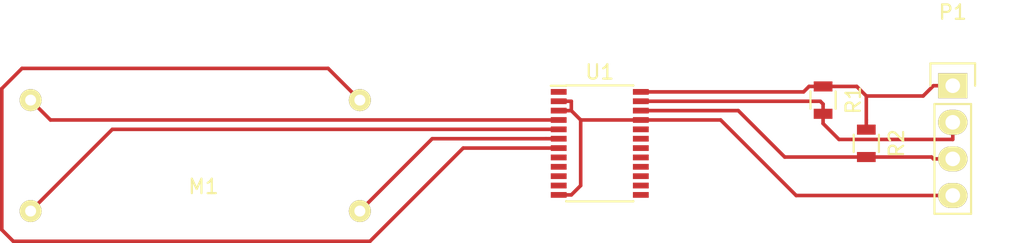
<source format=kicad_pcb>
(kicad_pcb (version 4) (host pcbnew 4.0.2-4+6225~38~ubuntu15.10.1-stable)

  (general
    (links 15)
    (no_connects 0)
    (area 108.038 94.775 178.108334 110.9286)
    (thickness 1.6)
    (drawings 0)
    (tracks 49)
    (zones 0)
    (modules 5)
    (nets 22)
  )

  (page A4)
  (layers
    (0 F.Cu signal)
    (31 B.Cu signal)
    (32 B.Adhes user)
    (33 F.Adhes user)
    (34 B.Paste user)
    (35 F.Paste user)
    (36 B.SilkS user)
    (37 F.SilkS user)
    (38 B.Mask user)
    (39 F.Mask user)
    (40 Dwgs.User user)
    (41 Cmts.User user)
    (42 Eco1.User user)
    (43 Eco2.User user)
    (44 Edge.Cuts user)
    (45 Margin user)
    (46 B.CrtYd user)
    (47 F.CrtYd user)
    (48 B.Fab user)
    (49 F.Fab user)
  )

  (setup
    (last_trace_width 0.25)
    (trace_clearance 0.2)
    (zone_clearance 0.508)
    (zone_45_only no)
    (trace_min 0.2)
    (segment_width 0.2)
    (edge_width 0.15)
    (via_size 0.6)
    (via_drill 0.4)
    (via_min_size 0.4)
    (via_min_drill 0.3)
    (uvia_size 0.3)
    (uvia_drill 0.1)
    (uvias_allowed no)
    (uvia_min_size 0.2)
    (uvia_min_drill 0.1)
    (pcb_text_width 0.3)
    (pcb_text_size 1.5 1.5)
    (mod_edge_width 0.15)
    (mod_text_size 1 1)
    (mod_text_width 0.15)
    (pad_size 1.524 1.524)
    (pad_drill 0.762)
    (pad_to_mask_clearance 0.2)
    (aux_axis_origin 0 0)
    (visible_elements FFFFFF7F)
    (pcbplotparams
      (layerselection 0x00030_80000001)
      (usegerberextensions false)
      (excludeedgelayer true)
      (linewidth 0.100000)
      (plotframeref false)
      (viasonmask false)
      (mode 1)
      (useauxorigin false)
      (hpglpennumber 1)
      (hpglpenspeed 20)
      (hpglpendiameter 15)
      (hpglpenoverlay 2)
      (psnegative false)
      (psa4output false)
      (plotreference true)
      (plotvalue true)
      (plotinvisibletext false)
      (padsonsilk false)
      (subtractmaskfromsilk false)
      (outputformat 1)
      (mirror false)
      (drillshape 1)
      (scaleselection 1)
      (outputdirectory ""))
  )

  (net 0 "")
  (net 1 "Net-(M1-Pad1)")
  (net 2 "Net-(M1-Pad2)")
  (net 3 "Net-(M1-Pad3)")
  (net 4 "Net-(M1-Pad4)")
  (net 5 +5V)
  (net 6 "Net-(P1-Pad2)")
  (net 7 "Net-(P1-Pad3)")
  (net 8 GND)
  (net 9 "Net-(U1-Pad1)")
  (net 10 "Net-(U1-Pad8)")
  (net 11 "Net-(U1-Pad9)")
  (net 12 "Net-(U1-Pad10)")
  (net 13 "Net-(U1-Pad11)")
  (net 14 "Net-(U1-Pad13)")
  (net 15 "Net-(U1-Pad14)")
  (net 16 "Net-(U1-Pad15)")
  (net 17 "Net-(U1-Pad16)")
  (net 18 "Net-(U1-Pad17)")
  (net 19 "Net-(U1-Pad18)")
  (net 20 "Net-(U1-Pad19)")
  (net 21 "Net-(U1-Pad20)")

  (net_class Default "This is the default net class."
    (clearance 0.2)
    (trace_width 0.25)
    (via_dia 0.6)
    (via_drill 0.4)
    (uvia_dia 0.3)
    (uvia_drill 0.1)
    (add_net +5V)
    (add_net GND)
    (add_net "Net-(M1-Pad1)")
    (add_net "Net-(M1-Pad2)")
    (add_net "Net-(M1-Pad3)")
    (add_net "Net-(M1-Pad4)")
    (add_net "Net-(P1-Pad2)")
    (add_net "Net-(P1-Pad3)")
    (add_net "Net-(U1-Pad1)")
    (add_net "Net-(U1-Pad10)")
    (add_net "Net-(U1-Pad11)")
    (add_net "Net-(U1-Pad13)")
    (add_net "Net-(U1-Pad14)")
    (add_net "Net-(U1-Pad15)")
    (add_net "Net-(U1-Pad16)")
    (add_net "Net-(U1-Pad17)")
    (add_net "Net-(U1-Pad18)")
    (add_net "Net-(U1-Pad19)")
    (add_net "Net-(U1-Pad20)")
    (add_net "Net-(U1-Pad8)")
    (add_net "Net-(U1-Pad9)")
  )

  (module uberdashboard:VID23 (layer F.Cu) (tedit 569E2004) (tstamp 56E82E9E)
    (at 121 106)
    (path /56E9B469)
    (fp_text reference M1 (at 0 2) (layer F.SilkS)
      (effects (font (size 1 1) (thickness 0.15)))
    )
    (fp_text value VID23-03 (at 0 -3.5) (layer F.Fab)
      (effects (font (size 1 1) (thickness 0.15)))
    )
    (pad 1 thru_hole circle (at -12 -4) (size 1.524 1.524) (drill 0.762) (layers *.Cu *.Mask F.SilkS)
      (net 1 "Net-(M1-Pad1)"))
    (pad 2 thru_hole circle (at -12 3.7) (size 1.524 1.524) (drill 0.762) (layers *.Cu *.Mask F.SilkS)
      (net 2 "Net-(M1-Pad2)"))
    (pad 3 thru_hole circle (at 10.85 3.7) (size 1.524 1.524) (drill 0.762) (layers *.Cu *.Mask F.SilkS)
      (net 3 "Net-(M1-Pad3)"))
    (pad 4 thru_hole circle (at 10.85 -4) (size 1.524 1.524) (drill 0.762) (layers *.Cu *.Mask F.SilkS)
      (net 4 "Net-(M1-Pad4)"))
  )

  (module Pin_Headers:Pin_Header_Straight_1x04 (layer F.Cu) (tedit 0) (tstamp 56E82EA6)
    (at 173 101)
    (descr "Through hole pin header")
    (tags "pin header")
    (path /56E9B82B)
    (fp_text reference P1 (at 0 -5.1) (layer F.SilkS)
      (effects (font (size 1 1) (thickness 0.15)))
    )
    (fp_text value CONN_01X04 (at 0 -3.1) (layer F.Fab)
      (effects (font (size 1 1) (thickness 0.15)))
    )
    (fp_line (start -1.75 -1.75) (end -1.75 9.4) (layer F.CrtYd) (width 0.05))
    (fp_line (start 1.75 -1.75) (end 1.75 9.4) (layer F.CrtYd) (width 0.05))
    (fp_line (start -1.75 -1.75) (end 1.75 -1.75) (layer F.CrtYd) (width 0.05))
    (fp_line (start -1.75 9.4) (end 1.75 9.4) (layer F.CrtYd) (width 0.05))
    (fp_line (start -1.27 1.27) (end -1.27 8.89) (layer F.SilkS) (width 0.15))
    (fp_line (start 1.27 1.27) (end 1.27 8.89) (layer F.SilkS) (width 0.15))
    (fp_line (start 1.55 -1.55) (end 1.55 0) (layer F.SilkS) (width 0.15))
    (fp_line (start -1.27 8.89) (end 1.27 8.89) (layer F.SilkS) (width 0.15))
    (fp_line (start 1.27 1.27) (end -1.27 1.27) (layer F.SilkS) (width 0.15))
    (fp_line (start -1.55 0) (end -1.55 -1.55) (layer F.SilkS) (width 0.15))
    (fp_line (start -1.55 -1.55) (end 1.55 -1.55) (layer F.SilkS) (width 0.15))
    (pad 1 thru_hole rect (at 0 0) (size 2.032 1.7272) (drill 1.016) (layers *.Cu *.Mask F.SilkS)
      (net 5 +5V))
    (pad 2 thru_hole oval (at 0 2.54) (size 2.032 1.7272) (drill 1.016) (layers *.Cu *.Mask F.SilkS)
      (net 6 "Net-(P1-Pad2)"))
    (pad 3 thru_hole oval (at 0 5.08) (size 2.032 1.7272) (drill 1.016) (layers *.Cu *.Mask F.SilkS)
      (net 7 "Net-(P1-Pad3)"))
    (pad 4 thru_hole oval (at 0 7.62) (size 2.032 1.7272) (drill 1.016) (layers *.Cu *.Mask F.SilkS)
      (net 8 GND))
    (model Pin_Headers.3dshapes/Pin_Header_Straight_1x04.wrl
      (at (xyz 0 -0.15 0))
      (scale (xyz 1 1 1))
      (rotate (xyz 0 0 90))
    )
  )

  (module Resistors_SMD:R_0805 (layer F.Cu) (tedit 5415CDEB) (tstamp 56E82EAC)
    (at 164 102 270)
    (descr "Resistor SMD 0805, reflow soldering, Vishay (see dcrcw.pdf)")
    (tags "resistor 0805")
    (path /56E9B9B5)
    (attr smd)
    (fp_text reference R1 (at 0 -2.1 270) (layer F.SilkS)
      (effects (font (size 1 1) (thickness 0.15)))
    )
    (fp_text value R (at 0 2.1 270) (layer F.Fab)
      (effects (font (size 1 1) (thickness 0.15)))
    )
    (fp_line (start -1.6 -1) (end 1.6 -1) (layer F.CrtYd) (width 0.05))
    (fp_line (start -1.6 1) (end 1.6 1) (layer F.CrtYd) (width 0.05))
    (fp_line (start -1.6 -1) (end -1.6 1) (layer F.CrtYd) (width 0.05))
    (fp_line (start 1.6 -1) (end 1.6 1) (layer F.CrtYd) (width 0.05))
    (fp_line (start 0.6 0.875) (end -0.6 0.875) (layer F.SilkS) (width 0.15))
    (fp_line (start -0.6 -0.875) (end 0.6 -0.875) (layer F.SilkS) (width 0.15))
    (pad 1 smd rect (at -0.95 0 270) (size 0.7 1.3) (layers F.Cu F.Paste F.Mask)
      (net 5 +5V))
    (pad 2 smd rect (at 0.95 0 270) (size 0.7 1.3) (layers F.Cu F.Paste F.Mask)
      (net 6 "Net-(P1-Pad2)"))
    (model Resistors_SMD.3dshapes/R_0805.wrl
      (at (xyz 0 0 0))
      (scale (xyz 1 1 1))
      (rotate (xyz 0 0 0))
    )
  )

  (module Resistors_SMD:R_0805 (layer F.Cu) (tedit 5415CDEB) (tstamp 56E82EB2)
    (at 167 105 270)
    (descr "Resistor SMD 0805, reflow soldering, Vishay (see dcrcw.pdf)")
    (tags "resistor 0805")
    (path /56E9BAC0)
    (attr smd)
    (fp_text reference R2 (at 0 -2.1 270) (layer F.SilkS)
      (effects (font (size 1 1) (thickness 0.15)))
    )
    (fp_text value R (at 0 2.1 270) (layer F.Fab)
      (effects (font (size 1 1) (thickness 0.15)))
    )
    (fp_line (start -1.6 -1) (end 1.6 -1) (layer F.CrtYd) (width 0.05))
    (fp_line (start -1.6 1) (end 1.6 1) (layer F.CrtYd) (width 0.05))
    (fp_line (start -1.6 -1) (end -1.6 1) (layer F.CrtYd) (width 0.05))
    (fp_line (start 1.6 -1) (end 1.6 1) (layer F.CrtYd) (width 0.05))
    (fp_line (start 0.6 0.875) (end -0.6 0.875) (layer F.SilkS) (width 0.15))
    (fp_line (start -0.6 -0.875) (end 0.6 -0.875) (layer F.SilkS) (width 0.15))
    (pad 1 smd rect (at -0.95 0 270) (size 0.7 1.3) (layers F.Cu F.Paste F.Mask)
      (net 5 +5V))
    (pad 2 smd rect (at 0.95 0 270) (size 0.7 1.3) (layers F.Cu F.Paste F.Mask)
      (net 7 "Net-(P1-Pad3)"))
    (model Resistors_SMD.3dshapes/R_0805.wrl
      (at (xyz 0 0 0))
      (scale (xyz 1 1 1))
      (rotate (xyz 0 0 0))
    )
  )

  (module Housings_SSOP:TSSOP-24_4.4x7.8mm_Pitch0.65mm (layer F.Cu) (tedit 54130A77) (tstamp 56E82ECE)
    (at 148.501 105.004)
    (descr "TSSOP24: plastic thin shrink small outline package; 24 leads; body width 4.4 mm; (see NXP SSOP-TSSOP-VSO-REFLOW.pdf and sot355-1_po.pdf)")
    (tags "SSOP 0.65")
    (path /56E9B3B1)
    (attr smd)
    (fp_text reference U1 (at 0 -4.95) (layer F.SilkS)
      (effects (font (size 1 1) (thickness 0.15)))
    )
    (fp_text value PCA9555 (at 0 4.95) (layer F.Fab)
      (effects (font (size 1 1) (thickness 0.15)))
    )
    (fp_line (start -3.65 -4.2) (end -3.65 4.2) (layer F.CrtYd) (width 0.05))
    (fp_line (start 3.65 -4.2) (end 3.65 4.2) (layer F.CrtYd) (width 0.05))
    (fp_line (start -3.65 -4.2) (end 3.65 -4.2) (layer F.CrtYd) (width 0.05))
    (fp_line (start -3.65 4.2) (end 3.65 4.2) (layer F.CrtYd) (width 0.05))
    (fp_line (start -2.325 -4.025) (end -2.325 -4) (layer F.SilkS) (width 0.15))
    (fp_line (start 2.325 -4.025) (end 2.325 -4) (layer F.SilkS) (width 0.15))
    (fp_line (start 2.325 4.025) (end 2.325 4) (layer F.SilkS) (width 0.15))
    (fp_line (start -2.325 4.025) (end -2.325 4) (layer F.SilkS) (width 0.15))
    (fp_line (start -2.325 -4.025) (end 2.325 -4.025) (layer F.SilkS) (width 0.15))
    (fp_line (start -2.325 4.025) (end 2.325 4.025) (layer F.SilkS) (width 0.15))
    (fp_line (start -2.325 -4) (end -3.4 -4) (layer F.SilkS) (width 0.15))
    (pad 1 smd rect (at -2.85 -3.575) (size 1.1 0.4) (layers F.Cu F.Paste F.Mask)
      (net 9 "Net-(U1-Pad1)"))
    (pad 2 smd rect (at -2.85 -2.925) (size 1.1 0.4) (layers F.Cu F.Paste F.Mask)
      (net 8 GND))
    (pad 3 smd rect (at -2.85 -2.275) (size 1.1 0.4) (layers F.Cu F.Paste F.Mask)
      (net 8 GND))
    (pad 4 smd rect (at -2.85 -1.625) (size 1.1 0.4) (layers F.Cu F.Paste F.Mask)
      (net 1 "Net-(M1-Pad1)"))
    (pad 5 smd rect (at -2.85 -0.975) (size 1.1 0.4) (layers F.Cu F.Paste F.Mask)
      (net 2 "Net-(M1-Pad2)"))
    (pad 6 smd rect (at -2.85 -0.325) (size 1.1 0.4) (layers F.Cu F.Paste F.Mask)
      (net 3 "Net-(M1-Pad3)"))
    (pad 7 smd rect (at -2.85 0.325) (size 1.1 0.4) (layers F.Cu F.Paste F.Mask)
      (net 4 "Net-(M1-Pad4)"))
    (pad 8 smd rect (at -2.85 0.975) (size 1.1 0.4) (layers F.Cu F.Paste F.Mask)
      (net 10 "Net-(U1-Pad8)"))
    (pad 9 smd rect (at -2.85 1.625) (size 1.1 0.4) (layers F.Cu F.Paste F.Mask)
      (net 11 "Net-(U1-Pad9)"))
    (pad 10 smd rect (at -2.85 2.275) (size 1.1 0.4) (layers F.Cu F.Paste F.Mask)
      (net 12 "Net-(U1-Pad10)"))
    (pad 11 smd rect (at -2.85 2.925) (size 1.1 0.4) (layers F.Cu F.Paste F.Mask)
      (net 13 "Net-(U1-Pad11)"))
    (pad 12 smd rect (at -2.85 3.575) (size 1.1 0.4) (layers F.Cu F.Paste F.Mask)
      (net 8 GND))
    (pad 13 smd rect (at 2.85 3.575) (size 1.1 0.4) (layers F.Cu F.Paste F.Mask)
      (net 14 "Net-(U1-Pad13)"))
    (pad 14 smd rect (at 2.85 2.925) (size 1.1 0.4) (layers F.Cu F.Paste F.Mask)
      (net 15 "Net-(U1-Pad14)"))
    (pad 15 smd rect (at 2.85 2.275) (size 1.1 0.4) (layers F.Cu F.Paste F.Mask)
      (net 16 "Net-(U1-Pad15)"))
    (pad 16 smd rect (at 2.85 1.625) (size 1.1 0.4) (layers F.Cu F.Paste F.Mask)
      (net 17 "Net-(U1-Pad16)"))
    (pad 17 smd rect (at 2.85 0.975) (size 1.1 0.4) (layers F.Cu F.Paste F.Mask)
      (net 18 "Net-(U1-Pad17)"))
    (pad 18 smd rect (at 2.85 0.325) (size 1.1 0.4) (layers F.Cu F.Paste F.Mask)
      (net 19 "Net-(U1-Pad18)"))
    (pad 19 smd rect (at 2.85 -0.325) (size 1.1 0.4) (layers F.Cu F.Paste F.Mask)
      (net 20 "Net-(U1-Pad19)"))
    (pad 20 smd rect (at 2.85 -0.975) (size 1.1 0.4) (layers F.Cu F.Paste F.Mask)
      (net 21 "Net-(U1-Pad20)"))
    (pad 21 smd rect (at 2.85 -1.625) (size 1.1 0.4) (layers F.Cu F.Paste F.Mask)
      (net 8 GND))
    (pad 22 smd rect (at 2.85 -2.275) (size 1.1 0.4) (layers F.Cu F.Paste F.Mask)
      (net 7 "Net-(P1-Pad3)"))
    (pad 23 smd rect (at 2.85 -2.925) (size 1.1 0.4) (layers F.Cu F.Paste F.Mask)
      (net 6 "Net-(P1-Pad2)"))
    (pad 24 smd rect (at 2.85 -3.575) (size 1.1 0.4) (layers F.Cu F.Paste F.Mask)
      (net 5 +5V))
    (model Housings_SSOP.3dshapes/TSSOP-24_4.4x7.8mm_Pitch0.65mm.wrl
      (at (xyz 0 0 0))
      (scale (xyz 1 1 1))
      (rotate (xyz 0 0 0))
    )
  )

  (segment (start 110.379 103.379) (end 109 102) (width 0.25) (layer F.Cu) (net 1))
  (segment (start 145.651 103.379) (end 110.379 103.379) (width 0.25) (layer F.Cu) (net 1))
  (segment (start 114.671 104.029) (end 109 109.7) (width 0.25) (layer F.Cu) (net 2))
  (segment (start 145.651 104.029) (end 114.671 104.029) (width 0.25) (layer F.Cu) (net 2))
  (segment (start 136.871 104.679) (end 131.85 109.7) (width 0.25) (layer F.Cu) (net 3))
  (segment (start 144.7757 104.679) (end 136.871 104.679) (width 0.25) (layer F.Cu) (net 3))
  (segment (start 145.651 104.679) (end 144.7757 104.679) (width 0.25) (layer F.Cu) (net 3))
  (segment (start 145.651 105.329) (end 139.021 105.329) (width 0.25) (layer F.Cu) (net 4) (status 400000))
  (segment (start 129.65 99.8) (end 131.85 102) (width 0.25) (layer F.Cu) (net 4) (tstamp 56E8314D) (status 800000))
  (segment (start 108.4 99.8) (end 129.65 99.8) (width 0.25) (layer F.Cu) (net 4) (tstamp 56E8314B))
  (segment (start 107 101.2) (end 108.4 99.8) (width 0.25) (layer F.Cu) (net 4) (tstamp 56E83149))
  (segment (start 107 111) (end 107 101.2) (width 0.25) (layer F.Cu) (net 4) (tstamp 56E83148))
  (segment (start 107.8 111.8) (end 107 111) (width 0.25) (layer F.Cu) (net 4) (tstamp 56E83144))
  (segment (start 132.55 111.8) (end 107.8 111.8) (width 0.25) (layer F.Cu) (net 4) (tstamp 56E83141))
  (segment (start 139.021 105.329) (end 132.55 111.8) (width 0.25) (layer F.Cu) (net 4) (tstamp 56E83134))
  (segment (start 167 104.05) (end 167 103.3747) (width 0.25) (layer F.Cu) (net 5))
  (segment (start 173 101) (end 171.6587 101) (width 0.25) (layer F.Cu) (net 5))
  (segment (start 167 101.7143) (end 167 103.3747) (width 0.25) (layer F.Cu) (net 5))
  (segment (start 166.3357 101.05) (end 167 101.7143) (width 0.25) (layer F.Cu) (net 5))
  (segment (start 164 101.05) (end 166.3357 101.05) (width 0.25) (layer F.Cu) (net 5))
  (segment (start 170.9444 101.7143) (end 171.6587 101) (width 0.25) (layer F.Cu) (net 5))
  (segment (start 167 101.7143) (end 170.9444 101.7143) (width 0.25) (layer F.Cu) (net 5))
  (segment (start 162.6457 101.429) (end 163.0247 101.05) (width 0.25) (layer F.Cu) (net 5))
  (segment (start 151.351 101.429) (end 162.6457 101.429) (width 0.25) (layer F.Cu) (net 5))
  (segment (start 164 101.05) (end 163.0247 101.05) (width 0.25) (layer F.Cu) (net 5))
  (segment (start 165.1036 104.7289) (end 173 104.7289) (width 0.25) (layer F.Cu) (net 6))
  (segment (start 164 103.6253) (end 165.1036 104.7289) (width 0.25) (layer F.Cu) (net 6))
  (segment (start 173 103.54) (end 173 104.7289) (width 0.25) (layer F.Cu) (net 6))
  (segment (start 163.8043 102.079) (end 164 102.2747) (width 0.25) (layer F.Cu) (net 6))
  (segment (start 151.351 102.079) (end 163.8043 102.079) (width 0.25) (layer F.Cu) (net 6))
  (segment (start 164 102.95) (end 164 102.2747) (width 0.25) (layer F.Cu) (net 6))
  (segment (start 164 102.95) (end 164 103.6253) (width 0.25) (layer F.Cu) (net 6))
  (segment (start 161.3357 105.95) (end 167 105.95) (width 0.25) (layer F.Cu) (net 7))
  (segment (start 158.1147 102.729) (end 161.3357 105.95) (width 0.25) (layer F.Cu) (net 7))
  (segment (start 151.351 102.729) (end 158.1147 102.729) (width 0.25) (layer F.Cu) (net 7))
  (segment (start 171.5287 105.95) (end 171.6587 106.08) (width 0.25) (layer F.Cu) (net 7))
  (segment (start 167 105.95) (end 171.5287 105.95) (width 0.25) (layer F.Cu) (net 7))
  (segment (start 173 106.08) (end 171.6587 106.08) (width 0.25) (layer F.Cu) (net 7))
  (segment (start 145.651 102.079) (end 146.5263 102.079) (width 0.25) (layer F.Cu) (net 8))
  (segment (start 145.651 102.729) (end 146.5263 102.729) (width 0.25) (layer F.Cu) (net 8))
  (segment (start 146.5263 102.729) (end 146.5263 102.079) (width 0.25) (layer F.Cu) (net 8))
  (segment (start 145.651 108.579) (end 146.5263 108.579) (width 0.25) (layer F.Cu) (net 8))
  (segment (start 147.1763 107.929) (end 146.5263 108.579) (width 0.25) (layer F.Cu) (net 8))
  (segment (start 147.1763 103.379) (end 147.1763 107.929) (width 0.25) (layer F.Cu) (net 8))
  (segment (start 147.1763 103.379) (end 146.5263 102.729) (width 0.25) (layer F.Cu) (net 8))
  (segment (start 147.1763 103.379) (end 151.351 103.379) (width 0.25) (layer F.Cu) (net 8))
  (segment (start 162.1327 108.62) (end 173 108.62) (width 0.25) (layer F.Cu) (net 8))
  (segment (start 156.8917 103.379) (end 162.1327 108.62) (width 0.25) (layer F.Cu) (net 8))
  (segment (start 151.351 103.379) (end 156.8917 103.379) (width 0.25) (layer F.Cu) (net 8))

)

</source>
